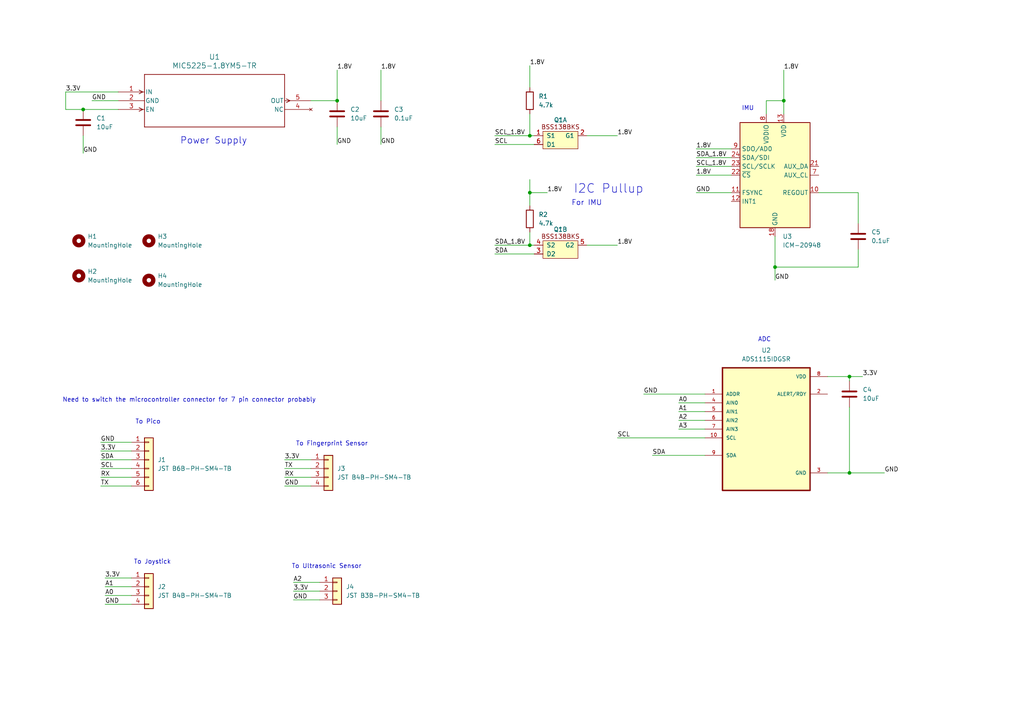
<source format=kicad_sch>
(kicad_sch (version 20231120) (generator "eeschema") (generator_version "8.0")
  (paper "A4")
  (title_block (title "Joystick and IMU Board") (date "2025-02-11") (rev "v1.0") (company "Lafayette College") (comment 1 "By Robbie Leslie"))
  (lib_symbols
    (symbol "ADS1115IDGSR:ADS1115IDGSR" (pin_names (offset 1.016))
      (property "Reference" "U" (at -12.7 18.78 0))
      (property "Value" "ADS1115IDGSR" (at -12.7 -21.78 0))
      (symbol "ADS1115IDGSR_0_0"
        (rectangle (start -12.7 -17.78) (end 12.7 17.78) (stroke (width 0.41)) (fill (type background)))
        (pin input line (at -17.78 10.16 0) (length 5.08) (name "ADDR") (number "1"))
        (pin input line (at -17.78 -2.54 0) (length 5.08) (name "SCL") (number "10"))
        (pin output line (at 17.78 10.16 180) (length 5.08) (name "ALERT/RDY") (number "2"))
        (pin power_in line (at 17.78 -12.7 180) (length 5.08) (name "GND") (number "3"))
        (pin input line (at -17.78 7.62 0) (length 5.08) (name "AIN0") (number "4"))
        (pin input line (at -17.78 5.08 0) (length 5.08) (name "AIN1") (number "5"))
        (pin input line (at -17.78 2.54 0) (length 5.08) (name "AIN2") (number "6"))
        (pin input line (at -17.78 0 0) (length 5.08) (name "AIN3") (number "7"))
        (pin power_in line (at 17.78 15.24 180) (length 5.08) (name "VDD") (number "8"))
        (pin bidirectional line (at -17.78 -7.62 0) (length 5.08) (name "SDA") (number "9"))
      )
    )
    (symbol "BSS138BKS:BSS138BKS" (pin_names (offset 1.016))
      (property "Reference" "Q" (at 0 2.032 0))
      (symbol "BSS138BKS_0_1"
        (text "BSS138BKS" (at 0 0 0) (effects (font (size 1.27 1.27))))
      )
      (symbol "BSS138BKS_1_1"
        (rectangle (start -5.08 -1.27) (end 5.08 -6.35) (fill (type background)))
        (pin passive line (at -7.62 -2.54 0) (length 2.54) (name "S1") (number "1"))
        (pin passive line (at 7.62 -2.54 180) (length 2.54) (name "G1") (number "2"))
        (pin passive line (at -7.62 -5.08 0) (length 2.54) (name "D1") (number "6"))
      )
      (symbol "BSS138BKS_2_1"
        (rectangle (start -5.08 -1.27) (end 5.08 -6.35) (fill (type background)))
        (pin passive line (at -7.62 -5.08 0) (length 2.54) (name "D2") (number "3"))
        (pin passive line (at -7.62 -2.54 0) (length 2.54) (name "S2") (number "4"))
        (pin passive line (at 7.62 -2.54 180) (length 2.54) (name "G2") (number "5"))
      )
    )
    (symbol "Connector_Generic:Conn_01x03" (pin_names (offset 1.016) hide)
      (property "Reference" "J" (at 0 5.08 0))
      (property "Value" "Conn_01x03" (at 0 -5.08 0))
      (symbol "Conn_01x03_1_1"
        (rectangle (start -1.27 -2.413) (end 0 -2.667) (stroke (width 0.1524)))
        (rectangle (start -1.27 0.127) (end 0 -0.127) (stroke (width 0.1524)))
        (rectangle (start -1.27 2.667) (end 0 2.413) (stroke (width 0.1524)))
        (rectangle (start -1.27 3.81) (end 1.27 -3.81) (stroke (width 0.254)) (fill (type background)))
        (pin passive line (at -5.08 2.54 0) (length 3.81) (name "Pin_1") (number "1"))
        (pin passive line (at -5.08 0 0) (length 3.81) (name "Pin_2") (number "2"))
        (pin passive line (at -5.08 -2.54 0) (length 3.81) (name "Pin_3") (number "3"))
      )
    )
    (symbol "Connector_Generic:Conn_01x04" (pin_names (offset 1.016) hide)
      (property "Reference" "J" (at 0 5.08 0))
      (property "Value" "Conn_01x04" (at 0 -7.62 0))
      (symbol "Conn_01x04_1_1"
        (rectangle (start -1.27 -4.953) (end 0 -5.207) (stroke (width 0.1524)))
        (rectangle (start -1.27 -2.413) (end 0 -2.667) (stroke (width 0.1524)))
        (rectangle (start -1.27 0.127) (end 0 -0.127) (stroke (width 0.1524)))
        (rectangle (start -1.27 2.667) (end 0 2.413) (stroke (width 0.1524)))
        (rectangle (start -1.27 3.81) (end 1.27 -6.35) (stroke (width 0.254)) (fill (type background)))
        (pin passive line (at -5.08 2.54 0) (length 3.81) (name "Pin_1") (number "1"))
        (pin passive line (at -5.08 0 0) (length 3.81) (name "Pin_2") (number "2"))
        (pin passive line (at -5.08 -2.54 0) (length 3.81) (name "Pin_3") (number "3"))
        (pin passive line (at -5.08 -5.08 0) (length 3.81) (name "Pin_4") (number "4"))
      )
    )
    (symbol "Connector_Generic:Conn_01x06" (pin_names (offset 1.016) hide)
      (property "Reference" "J" (at 0 7.62 0))
      (property "Value" "Conn_01x06" (at 0 -10.16 0))
      (symbol "Conn_01x06_1_1"
        (rectangle (start -1.27 -7.493) (end 0 -7.747) (stroke (width 0.1524)))
        (rectangle (start -1.27 -4.953) (end 0 -5.207) (stroke (width 0.1524)))
        (rectangle (start -1.27 -2.413) (end 0 -2.667) (stroke (width 0.1524)))
        (rectangle (start -1.27 0.127) (end 0 -0.127) (stroke (width 0.1524)))
        (rectangle (start -1.27 2.667) (end 0 2.413) (stroke (width 0.1524)))
        (rectangle (start -1.27 5.207) (end 0 4.953) (stroke (width 0.1524)))
        (rectangle (start -1.27 6.35) (end 1.27 -8.89) (stroke (width 0.254)) (fill (type background)))
        (pin passive line (at -5.08 5.08 0) (length 3.81) (name "Pin_1") (number "1"))
        (pin passive line (at -5.08 2.54 0) (length 3.81) (name "Pin_2") (number "2"))
        (pin passive line (at -5.08 0 0) (length 3.81) (name "Pin_3") (number "3"))
        (pin passive line (at -5.08 -2.54 0) (length 3.81) (name "Pin_4") (number "4"))
        (pin passive line (at -5.08 -5.08 0) (length 3.81) (name "Pin_5") (number "5"))
        (pin passive line (at -5.08 -7.62 0) (length 3.81) (name "Pin_6") (number "6"))
      )
    )
    (symbol "Device:C" (pin_numbers hide) (pin_names (offset 0.254))
      (property "Reference" "C" (at 0.635 2.54 0))
      (property "Value" "C" (at 0.635 -2.54 0))
      (symbol "C_0_1"
        (polyline (pts (xy -2.032 -0.762) (xy 2.032 -0.762)) (stroke (width 0.508)))
        (polyline (pts (xy -2.032 0.762) (xy 2.032 0.762)) (stroke (width 0.508)))
      )
      (symbol "C_1_1"
        (pin passive line (at 0 3.81 270) (length 2.794) (name "~") (number "1"))
        (pin passive line (at 0 -3.81 90) (length 2.794) (name "~") (number "2"))
      )
    )
    (symbol "Device:R" (pin_numbers hide) (pin_names (offset 0))
      (property "Reference" "R" (at 2.032 0 90))
      (property "Value" "R" (at 0 0 90))
      (symbol "R_0_1"
        (rectangle (start -1.016 -2.54) (end 1.016 2.54) (stroke (width 0.254)))
      )
      (symbol "R_1_1"
        (pin passive line (at 0 3.81 270) (length 1.27) (name "~") (number "1"))
        (pin passive line (at 0 -3.81 90) (length 1.27) (name "~") (number "2"))
      )
    )
    (symbol "MIC5225-1.8V:MIC5225-1.8YM5-TR" (pin_names (offset 0.254))
      (property "Reference" "U" (at 27.94 10.16 0))
      (property "Value" "MIC5225-1.8YM5-TR" (at 27.94 7.62 0))
      (symbol "MIC5225-1.8YM5-TR_1_1"
        (polyline (pts (xy 7.0993 -5.08) (xy 6.0579 -5.6007)) (stroke (width 0.2032)))
        (polyline (pts (xy 7.0993 -5.08) (xy 6.0579 -4.5593)) (stroke (width 0.2032)))
        (polyline (pts (xy 7.0993 0) (xy 6.0579 -0.5207)) (stroke (width 0.2032)))
        (polyline (pts (xy 7.0993 0) (xy 6.0579 0.5207)) (stroke (width 0.2032)))
        (polyline (pts (xy 7.62 -10.16) (xy 48.26 -10.16)) (stroke (width 0.2032)))
        (polyline (pts (xy 7.62 5.08) (xy 7.62 -10.16)) (stroke (width 0.2032)))
        (polyline (pts (xy 48.26 -10.16) (xy 48.26 5.08)) (stroke (width 0.2032)))
        (polyline (pts (xy 48.26 5.08) (xy 7.62 5.08)) (stroke (width 0.2032)))
        (polyline (pts (xy 48.7807 -3.0607) (xy 49.8221 -2.54)) (stroke (width 0.2032)))
        (polyline (pts (xy 48.7807 -2.0193) (xy 49.8221 -2.54)) (stroke (width 0.2032)))
        (pin input line (at 0 0 0) (length 7.62) (name "IN") (number "1"))
        (pin power_in line (at 0 -2.54 0) (length 7.62) (name "GND") (number "2"))
        (pin input line (at 0 -5.08 0) (length 7.62) (name "EN") (number "3"))
        (pin no_connect line (at 55.88 -5.08 180) (length 7.62) (name "NC") (number "4"))
        (pin output line (at 55.88 -2.54 180) (length 7.62) (name "OUT") (number "5"))
      )
    )
    (symbol "Mechanical:MountingHole" (pin_names (offset 1.016)) (exclude_from_sim yes) (in_bom no)
      (property "Reference" "H" (at 0 5.08 0))
      (property "Value" "MountingHole" (at 0 3.175 0))
      (symbol "MountingHole_0_1"
        (circle (center 0 0) (radius 1.27) (stroke (width 1.27)))
      )
    )
    (symbol "Sensor_Motion:ICM-20948"
      (property "Reference" "U" (at -11.43 16.51 0))
      (property "Value" "ICM-20948" (at 7.62 -16.51 0))
      (symbol "ICM-20948_0_1"
        (rectangle (start -10.16 15.24) (end 10.16 -15.24) (stroke (width 0.254)) (fill (type background)))
      )
      (symbol "ICM-20948_1_1"
        (pin no_connect line (at -10.16 12.7 0) (length 2.54) hide (name "NC") (number "1"))
        (pin passive line (at 12.7 -5.08 180) (length 2.54) (name "REGOUT") (number "10"))
        (pin input line (at -12.7 -5.08 0) (length 2.54) (name "FSYNC") (number "11"))
        (pin output line (at -12.7 -7.62 0) (length 2.54) (name "INT1") (number "12"))
        (pin power_in line (at 2.54 17.78 270) (length 2.54) (name "VDD") (number "13"))
        (pin no_connect line (at 10.16 7.62 180) (length 2.54) hide (name "NC") (number "14"))
        (pin no_connect line (at 10.16 5.08 180) (length 2.54) hide (name "NC") (number "15"))
        (pin no_connect line (at 10.16 -7.62 180) (length 2.54) hide (name "NC") (number "16"))
        (pin no_connect line (at 10.16 -10.16 180) (length 2.54) hide (name "NC") (number "17"))
        (pin power_in line (at 0 -17.78 90) (length 2.54) (name "GND") (number "18"))
        (pin no_connect line (at 10.16 -12.7 180) (length 2.54) hide (name "RESV") (number "19"))
        (pin no_connect line (at -10.16 10.16 0) (length 2.54) hide (name "NC") (number "2"))
        (pin passive line (at 0 -17.78 90) (length 2.54) hide (name "GND") (number "20"))
        (pin bidirectional line (at 12.7 2.54 180) (length 2.54) (name "AUX_DA") (number "21"))
        (pin input line (at -12.7 0 0) (length 2.54) (name "~{CS}") (number "22"))
        (pin input line (at -12.7 2.54 0) (length 2.54) (name "SCL/SCLK") (number "23"))
        (pin bidirectional line (at -12.7 5.08 0) (length 2.54) (name "SDA/SDI") (number "24"))
        (pin no_connect line (at -10.16 -2.54 0) (length 2.54) hide (name "NC") (number "3"))
        (pin no_connect line (at -10.16 -10.16 0) (length 2.54) hide (name "NC") (number "4"))
        (pin no_connect line (at -10.16 -12.7 0) (length 2.54) hide (name "NC") (number "5"))
        (pin no_connect line (at 10.16 10.16 180) (length 2.54) hide (name "NC") (number "6"))
        (pin output line (at 12.7 0 180) (length 2.54) (name "AUX_CL") (number "7"))
        (pin power_in line (at -2.54 17.78 270) (length 2.54) (name "VDDIO") (number "8"))
        (pin bidirectional line (at -12.7 7.62 0) (length 2.54) (name "SDO/AD0") (number "9"))
      )
    )
  )
  (junction (at 97.79 29.21))
  (junction (at 153.67 71.12))
  (junction (at 246.38 109.22))
  (junction (at 24.13 31.75))
  (junction (at 224.79 77.47))
  (junction (at 227.33 29.21))
  (junction (at 153.67 55.88))
  (junction (at 246.38 137.16))
  (junction (at 153.67 39.37))
  (wire (pts (xy 248.92 72.39) (xy 248.92 77.47)))
  (wire (pts (xy 29.21 140.97) (xy 38.1 140.97)))
  (wire (pts (xy 110.49 36.83) (xy 110.49 41.91)))
  (wire (pts (xy 29.21 128.27) (xy 38.1 128.27)))
  (wire (pts (xy 82.55 135.89) (xy 90.17 135.89)))
  (wire (pts (xy 143.51 71.12) (xy 153.67 71.12)))
  (wire (pts (xy 153.67 33.02) (xy 153.67 39.37)))
  (wire (pts (xy 246.38 109.22) (xy 246.38 110.49)))
  (wire (pts (xy 201.93 48.26) (xy 212.09 48.26)))
  (wire (pts (xy 227.33 29.21) (xy 227.33 33.02)))
  (wire (pts (xy 30.48 167.64) (xy 38.1 167.64)))
  (wire (pts (xy 153.67 39.37) (xy 154.94 39.37)))
  (wire (pts (xy 153.67 52.07) (xy 153.67 55.88)))
  (wire (pts (xy 97.79 20.32) (xy 97.79 29.21)))
  (wire (pts (xy 30.48 170.18) (xy 38.1 170.18)))
  (wire (pts (xy 196.85 116.84) (xy 204.47 116.84)))
  (wire (pts (xy 246.38 109.22) (xy 250.19 109.22)))
  (wire (pts (xy 110.49 20.32) (xy 110.49 29.21)))
  (wire (pts (xy 227.33 20.32) (xy 227.33 29.21)))
  (wire (pts (xy 240.03 137.16) (xy 246.38 137.16)))
  (wire (pts (xy 85.09 168.91) (xy 92.71 168.91)))
  (wire (pts (xy 143.51 41.91) (xy 154.94 41.91)))
  (wire (pts (xy 19.05 26.67) (xy 19.05 31.75)))
  (wire (pts (xy 153.67 67.31) (xy 153.67 71.12)))
  (wire (pts (xy 29.21 133.35) (xy 38.1 133.35)))
  (wire (pts (xy 201.93 50.8) (xy 212.09 50.8)))
  (wire (pts (xy 153.67 71.12) (xy 154.94 71.12)))
  (wire (pts (xy 34.29 26.67) (xy 19.05 26.67)))
  (wire (pts (xy 26.67 29.21) (xy 34.29 29.21)))
  (wire (pts (xy 246.38 118.11) (xy 246.38 137.16)))
  (wire (pts (xy 90.17 29.21) (xy 97.79 29.21)))
  (wire (pts (xy 85.09 173.99) (xy 92.71 173.99)))
  (wire (pts (xy 82.55 140.97) (xy 90.17 140.97)))
  (wire (pts (xy 82.55 138.43) (xy 90.17 138.43)))
  (wire (pts (xy 201.93 45.72) (xy 212.09 45.72)))
  (wire (pts (xy 170.18 39.37) (xy 179.07 39.37)))
  (wire (pts (xy 179.07 127) (xy 204.47 127)))
  (wire (pts (xy 222.25 33.02) (xy 222.25 29.21)))
  (wire (pts (xy 196.85 124.46) (xy 204.47 124.46)))
  (wire (pts (xy 153.67 55.88) (xy 158.75 55.88)))
  (wire (pts (xy 97.79 36.83) (xy 97.79 41.91)))
  (wire (pts (xy 201.93 55.88) (xy 212.09 55.88)))
  (wire (pts (xy 85.09 171.45) (xy 92.71 171.45)))
  (wire (pts (xy 19.05 31.75) (xy 24.13 31.75)))
  (wire (pts (xy 29.21 135.89) (xy 38.1 135.89)))
  (wire (pts (xy 153.67 19.05) (xy 153.67 25.4)))
  (wire (pts (xy 201.93 43.18) (xy 212.09 43.18)))
  (wire (pts (xy 237.49 55.88) (xy 248.92 55.88)))
  (wire (pts (xy 29.21 130.81) (xy 38.1 130.81)))
  (wire (pts (xy 24.13 39.37) (xy 24.13 44.45)))
  (wire (pts (xy 30.48 175.26) (xy 38.1 175.26)))
  (wire (pts (xy 222.25 29.21) (xy 227.33 29.21)))
  (wire (pts (xy 82.55 133.35) (xy 90.17 133.35)))
  (wire (pts (xy 240.03 109.22) (xy 246.38 109.22)))
  (wire (pts (xy 248.92 77.47) (xy 224.79 77.47)))
  (wire (pts (xy 196.85 119.38) (xy 204.47 119.38)))
  (wire (pts (xy 143.51 39.37) (xy 153.67 39.37)))
  (wire (pts (xy 246.38 137.16) (xy 256.54 137.16)))
  (wire (pts (xy 224.79 77.47) (xy 224.79 68.58)))
  (wire (pts (xy 24.13 31.75) (xy 34.29 31.75)))
  (wire (pts (xy 170.18 71.12) (xy 179.07 71.12)))
  (wire (pts (xy 29.21 138.43) (xy 38.1 138.43)))
  (wire (pts (xy 153.67 55.88) (xy 153.67 59.69)))
  (wire (pts (xy 196.85 121.92) (xy 204.47 121.92)))
  (wire (pts (xy 248.92 55.88) (xy 248.92 64.77)))
  (wire (pts (xy 186.69 114.3) (xy 204.47 114.3)))
  (wire (pts (xy 143.51 73.66) (xy 154.94 73.66)))
  (wire (pts (xy 30.48 172.72) (xy 38.1 172.72)))
  (wire (pts (xy 224.79 77.47) (xy 224.79 81.28)))
  (wire (pts (xy 189.23 132.08) (xy 204.47 132.08)))
  (text "For IMU" (at 170.18 58.928 0) (effects (font (size 1.5 1.5))))
  (text "Need to switch the microcontroller connector for 7 pin connector probably " (at 55.372 116.078 0) (effects (font (size 1.27 1.27))))
  (text "To Fingerprint Sensor" (at 96.266 128.778 0) (effects (font (size 1.27 1.27))))
  (text "IMU" (at 216.916 31.496 0) (effects (font (size 1.27 1.27))))
  (text "To Joystick" (at 44.196 163.068 0) (effects (font (size 1.27 1.27))))
  (text "I2C Pullup" (at 176.53 54.864 0) (effects (font (size 2.54 2.54))))
  (text "To Pico" (at 42.926 122.428 0) (effects (font (size 1.27 1.27))))
  (text "To Ultrasonic Sensor" (at 94.742 164.338 0) (effects (font (size 1.27 1.27))))
  (text "Power Supply" (at 61.976 40.894 0) (effects (font (size 1.905 1.905))))
  (text "ADC" (at 221.742 98.552 0) (effects (font (size 1.27 1.27))))
  (label "1.8V" (at 201.93 50.8 0))
  (label "RX" (at 82.55 138.43 0))
  (label "1.8V" (at 179.07 39.37 0))
  (label "A1" (at 196.85 119.38 0))
  (label "SCL" (at 179.07 127 0))
  (label "1.8V" (at 153.67 19.05 0))
  (label "GND" (at 85.09 173.99 0))
  (label "SCL" (at 29.21 135.89 0))
  (label "1.8V" (at 227.33 20.32 0))
  (label "GND" (at 82.55 140.97 0))
  (label "A3" (at 196.85 124.46 0))
  (label "TX" (at 82.55 135.89 0))
  (label "GND" (at 224.79 81.28 0))
  (label "GND" (at 29.21 128.27 0))
  (label "A1" (at 30.48 170.18 0))
  (label "SCL_1.8V" (at 201.93 48.26 0))
  (label "3.3V" (at 82.55 133.35 0))
  (label "A2" (at 196.85 121.92 0))
  (label "3.3V" (at 19.05 26.67 0))
  (label "GND" (at 97.79 41.91 0))
  (label "1.8V" (at 110.49 20.32 0))
  (label "A0" (at 196.85 116.84 0))
  (label "GND" (at 186.69 114.3 0))
  (label "1.8V" (at 97.79 20.32 0))
  (label "GND" (at 24.13 44.45 0))
  (label "GND" (at 26.67 29.21 0))
  (label "SDA" (at 189.23 132.08 0))
  (label "3.3V" (at 30.48 167.64 0))
  (label "SDA" (at 143.51 73.66 0))
  (label "SDA_1.8V" (at 201.93 45.72 0))
  (label "A2" (at 85.09 168.91 0))
  (label "GND" (at 30.48 175.26 0))
  (label "3.3V" (at 250.19 109.22 0))
  (label "GND" (at 201.93 55.88 0))
  (label "SCL_1.8V" (at 143.51 39.37 0))
  (label "RX" (at 29.21 138.43 0))
  (label "3.3V" (at 85.09 171.45 0))
  (label "A0" (at 30.48 172.72 0))
  (label "3.3V" (at 29.21 130.81 0))
  (label "1.8V" (at 201.93 43.18 0))
  (label "GND" (at 256.54 137.16 0))
  (label "GND" (at 110.49 41.91 0))
  (label "SCL" (at 143.51 41.91 0))
  (label "1.8V" (at 158.75 55.88 0))
  (label "SDA" (at 29.21 133.35 0))
  (label "TX" (at 29.21 140.97 0))
  (label "SDA_1.8V" (at 143.51 71.12 0))
  (label "1.8V" (at 179.07 71.12 0))
  (symbol (lib_id "Device:C") (at 110.49 33.02 0) (unit 1)
    (property "Reference" "C3" (at 114.3 31.7499 0) (effects (justify left)))
    (property "Value" "0.1uF" (at 114.3 34.2899 0) (effects (justify left)))
    (property "Footprint" "Capacitor_SMD:C_0805_2012Metric" (effects (hide yes)))
    (property "Description" "Unpolarized capacitor" (effects (hide yes)))
    (property "Manufacturer Part Number" "CC0805KRX7R9BB104" (effects (hide yes)))
  )
  (symbol (lib_id "Connector_Generic:Conn_01x04") (at 43.18 170.18 0) (unit 1)
    (property "Reference" "J2" (at 45.72 170.1799 0) (effects (justify left)))
    (property "Value" "JST B4B-PH-SM4-TB" (at 45.72 172.7199 0) (effects (justify left)))
    (property "Footprint" "Connector_JST:JST_PH_B4B-PH-SM4-TB_1x04-1MP_P2.00mm_Vertical" (effects (hide yes)))
    (property "Description" "Generic connector, single row, 01x04, script generated (kicad-library-utils/schlib/autogen/connector/)" (effects (hide yes)))
    (property "Manufacturer Part Number" "B4B-PH-SM4-TB" (effects (hide yes)))
  )
  (symbol (lib_id "Device:C") (at 248.92 68.58 0) (unit 1)
    (property "Reference" "C5" (at 252.73 67.3099 0) (effects (justify left)))
    (property "Value" "0.1uF" (at 252.73 69.8499 0) (effects (justify left)))
    (property "Footprint" "Capacitor_SMD:C_0805_2012Metric" (effects (hide yes)))
    (property "Description" "Unpolarized capacitor" (effects (hide yes)))
    (property "Manufacturer Part Number" "CC0805KRX7R9BB104" (effects (hide yes)))
  )
  (symbol (lib_id "ADS1115IDGSR:ADS1115IDGSR") (at 222.25 124.46 0) (unit 1)
    (property "Reference" "U2" (at 222.25 101.6 0))
    (property "Value" "ADS1115IDGSR" (at 222.25 104.14 0))
    (property "Footprint" "Package_SO:VSSOP-10_3x3mm_P0.5mm" (effects (hide yes)))
    (property "Manufacturer Part Number" "ADS1115IDGSR" (effects (hide yes)))
  )
  (symbol (lib_id "Connector_Generic:Conn_01x03") (at 97.79 171.45 0) (unit 1)
    (property "Reference" "J4" (at 100.33 170.1799 0) (effects (justify left)))
    (property "Value" "JST B3B-PH-SM4-TB" (at 100.33 172.7199 0) (effects (justify left)))
    (property "Footprint" "Connector_JST:JST_PH_B3B-PH-SM4-TB_1x03-1MP_P2.00mm_Vertical" (effects (hide yes)))
    (property "Description" "Generic connector, single row, 01x03, script generated (kicad-library-utils/schlib/autogen/connector/)" (effects (hide yes)))
    (property "Manufacturer Part Number" "B3B-PH-SM4-TB" (effects (hide yes)))
  )
  (symbol (lib_id "Sensor_Motion:ICM-20948") (at 224.79 50.8 0) (unit 1)
    (property "Reference" "U3" (at 226.9841 68.58 0) (effects (justify left)))
    (property "Value" "ICM-20948" (at 226.9841 71.12 0) (effects (justify left)))
    (property "Footprint" "Sensor_Motion:InvenSense_QFN-24_3x3mm_P0.4mm" (effects (hide yes)))
    (property "Datasheet" "http://www.invensense.com/wp-content/uploads/2016/06/DS-000189-ICM-20948-v1.3.pdf" (effects (hide yes)))
    (property "Description" "InvenSense 9-Axis Motion Sensor, Accelerometer, Gyroscope, Compass, I2C/SPI, QFN-24" (effects (hide yes)))
    (property "Manufacturer Part Number" "ICM-20948" (effects (hide yes)))
  )
  (symbol (lib_id "BSS138BKS:BSS138BKS") (at 162.56 68.58 0) (unit 2)
    (property "Reference" "Q1" (at 162.56 66.548 0))
    (property "Value" "~" (at 162.56 66.04 0))
    (property "Footprint" "Package_TO_SOT_SMD:SOT-363_SC-70-6" (effects (hide yes)))
    (property "Manufacturer Part Number" "BSS138BKS,115" (effects (hide yes)))
  )
  (symbol (lib_id "Device:R") (at 153.67 63.5 0) (unit 1)
    (property "Reference" "R2" (at 156.21 62.2299 0) (effects (justify left)))
    (property "Value" "4.7k" (at 156.21 64.7699 0) (effects (justify left)))
    (property "Footprint" "Resistor_SMD:R_0805_2012Metric" (effects (hide yes)))
    (property "Description" "Resistor" (effects (hide yes)))
    (property "Manufacturer Part Number" "CRCW08054K70FKEAC" (effects (hide yes)))
  )
  (symbol (lib_id "BSS138BKS:BSS138BKS") (at 162.56 36.83 0) (unit 1)
    (property "Reference" "Q1" (at 162.56 34.798 0))
    (property "Value" "~" (at 162.56 34.29 0))
    (property "Footprint" "Package_TO_SOT_SMD:SOT-363_SC-70-6" (effects (hide yes)))
    (property "Manufacturer Part Number" "BSS138BKS,115" (effects (hide yes)))
  )
  (symbol (lib_id "Device:C") (at 246.38 114.3 0) (unit 1)
    (property "Reference" "C4" (at 250.19 113.0299 0) (effects (justify left)))
    (property "Value" "10uF" (at 250.19 115.5699 0) (effects (justify left)))
    (property "Footprint" "Capacitor_SMD:C_0805_2012Metric" (effects (hide yes)))
    (property "Description" "Unpolarized capacitor" (effects (hide yes)))
    (property "Manufacturer Part Number" "GRM21BR61C106KE15K" (effects (hide yes)))
  )
  (symbol (lib_id "Connector_Generic:Conn_01x04") (at 95.25 135.89 0) (unit 1)
    (property "Reference" "J3" (at 97.79 135.8899 0) (effects (justify left)))
    (property "Value" "JST B4B-PH-SM4-TB" (at 97.79 138.4299 0) (effects (justify left)))
    (property "Footprint" "Connector_JST:JST_PH_B4B-PH-SM4-TB_1x04-1MP_P2.00mm_Vertical" (effects (hide yes)))
    (property "Description" "Generic connector, single row, 01x04, script generated (kicad-library-utils/schlib/autogen/connector/)" (effects (hide yes)))
    (property "Manufacturer Part Number" "B4B-PH-SM4-TB" (effects (hide yes)))
  )
  (symbol (lib_id "Connector_Generic:Conn_01x06") (at 43.18 133.35 0) (unit 1)
    (property "Reference" "J1" (at 45.72 133.3499 0) (effects (justify left)))
    (property "Value" "JST B6B-PH-SM4-TB" (at 45.72 135.8899 0) (effects (justify left)))
    (property "Footprint" "Connector_JST:JST_PH_S6B-PH-SM4-TB_1x06-1MP_P2.00mm_Horizontal" (effects (hide yes)))
    (property "Description" "Generic connector, single row, 01x06, script generated (kicad-library-utils/schlib/autogen/connector/)" (effects (hide yes)))
    (property "Manufacturer Part Number" "S6B-PH-SM4-TB" (effects (hide yes)))
  )
  (symbol (lib_id "Mechanical:MountingHole") (at 22.86 80.01 0) (unit 1) (exclude_from_sim yes) (in_bom no)
    (property "Reference" "H2" (at 25.4 78.7399 0) (effects (justify left)))
    (property "Value" "MountingHole" (at 25.4 81.2799 0) (effects (justify left)))
    (property "Footprint" "MountingHole:MountingHole_3.2mm_M3_ISO7380_Pad" (effects (hide yes)))
    (property "Description" "Mounting Hole without connection" (effects (hide yes)))
  )
  (symbol (lib_id "Device:R") (at 153.67 29.21 0) (unit 1)
    (property "Reference" "R1" (at 156.21 27.9399 0) (effects (justify left)))
    (property "Value" "4.7k" (at 156.21 30.4799 0) (effects (justify left)))
    (property "Footprint" "Resistor_SMD:R_0805_2012Metric" (effects (hide yes)))
    (property "Description" "Resistor" (effects (hide yes)))
    (property "Manufacturer Part Number" "CRCW08054K70FKEAC" (effects (hide yes)))
  )
  (symbol (lib_id "Device:C") (at 97.79 33.02 0) (unit 1)
    (property "Reference" "C2" (at 101.6 31.7499 0) (effects (justify left)))
    (property "Value" "10uF" (at 101.6 34.2899 0) (effects (justify left)))
    (property "Footprint" "Capacitor_SMD:C_0805_2012Metric" (effects (hide yes)))
    (property "Description" "Unpolarized capacitor" (effects (hide yes)))
    (property "Manufacturer Part Number" "GRM21BR61C106KE15K" (effects (hide yes)))
  )
  (symbol (lib_id "MIC5225-1.8V:MIC5225-1.8YM5-TR") (at 34.29 26.67 0) (unit 1)
    (property "Reference" "U1" (at 62.23 16.51 0) (effects (font (size 1.524 1.524))))
    (property "Value" "MIC5225-1.8YM5-TR" (at 62.23 19.05 0) (effects (font (size 1.524 1.524))))
    (property "Footprint" "Package_TO_SOT_SMD:SOT-23-5" (effects (hide yes)))
    (property "Datasheet" "MIC5225-1.8YM5-TR" (effects (hide yes)))
    (property "Manufacturer Part Number" "MIC5225-1.8YM5-TR" (effects (hide yes)))
  )
  (symbol (lib_id "Device:C") (at 24.13 35.56 0) (unit 1)
    (property "Reference" "C1" (at 27.94 34.2899 0) (effects (justify left)))
    (property "Value" "10uF" (at 27.94 36.8299 0) (effects (justify left)))
    (property "Footprint" "Capacitor_SMD:C_0805_2012Metric" (effects (hide yes)))
    (property "Description" "Unpolarized capacitor" (effects (hide yes)))
    (property "Manufacturer Part Number" "GRM21BR61C106KE15K" (effects (hide yes)))
  )
  (symbol (lib_id "Mechanical:MountingHole") (at 22.86 69.85 0) (unit 1) (exclude_from_sim yes) (in_bom no)
    (property "Reference" "H1" (at 25.4 68.5799 0) (effects (justify left)))
    (property "Value" "MountingHole" (at 25.4 71.1199 0) (effects (justify left)))
    (property "Footprint" "MountingHole:MountingHole_3.2mm_M3_ISO7380_Pad" (effects (hide yes)))
    (property "Description" "Mounting Hole without connection" (effects (hide yes)))
  )
  (symbol (lib_id "Mechanical:MountingHole") (at 43.18 69.85 0) (unit 1) (exclude_from_sim yes) (in_bom no)
    (property "Reference" "H3" (at 45.72 68.5799 0) (effects (justify left)))
    (property "Value" "MountingHole" (at 45.72 71.1199 0) (effects (justify left)))
    (property "Footprint" "MountingHole:MountingHole_3.2mm_M3_ISO7380_Pad" (effects (hide yes)))
    (property "Description" "Mounting Hole without connection" (effects (hide yes)))
  )
  (symbol (lib_id "Mechanical:MountingHole") (at 43.18 81.28 0) (unit 1) (exclude_from_sim yes) (in_bom no)
    (property "Reference" "H4" (at 45.72 80.0099 0) (effects (justify left)))
    (property "Value" "MountingHole" (at 45.72 82.5499 0) (effects (justify left)))
    (property "Footprint" "MountingHole:MountingHole_3.2mm_M3_ISO7380_Pad" (effects (hide yes)))
    (property "Description" "Mounting Hole without connection" (effects (hide yes)))
  )
)
</source>
